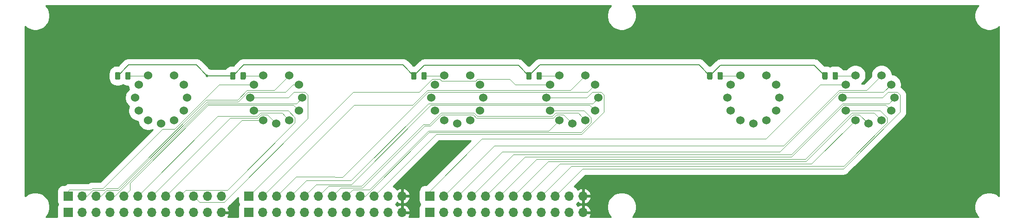
<source format=gbr>
%TF.GenerationSoftware,KiCad,Pcbnew,(5.1.5-131-g305ed0b65)-1*%
%TF.CreationDate,2020-07-18T18:38:28+08:00*%
%TF.ProjectId,IN-8,494e2d38-2e6b-4696-9361-645f70636258,rev?*%
%TF.SameCoordinates,Original*%
%TF.FileFunction,Copper,L2,Bot*%
%TF.FilePolarity,Positive*%
%FSLAX46Y46*%
G04 Gerber Fmt 4.6, Leading zero omitted, Abs format (unit mm)*
G04 Created by KiCad (PCBNEW (5.1.5-131-g305ed0b65)-1) date 2020-07-18 18:38:28*
%MOMM*%
%LPD*%
G01*
G04 APERTURE LIST*
%TA.AperFunction,ComponentPad*%
%ADD10O,1.700000X1.700000*%
%TD*%
%TA.AperFunction,ComponentPad*%
%ADD11R,1.700000X1.700000*%
%TD*%
%TA.AperFunction,ComponentPad*%
%ADD12C,1.524000*%
%TD*%
%TA.AperFunction,ViaPad*%
%ADD13C,0.500000*%
%TD*%
%TA.AperFunction,Conductor*%
%ADD14C,0.203200*%
%TD*%
%TA.AperFunction,Conductor*%
%ADD15C,0.101600*%
%TD*%
%TA.AperFunction,Conductor*%
%ADD16C,0.254000*%
%TD*%
G04 APERTURE END LIST*
D10*
%TO.P,J1,12*%
%TO.N,GND*%
X103940000Y-99000000D03*
%TO.P,J1,11*%
%TO.N,HV*%
X101400000Y-99000000D03*
%TO.P,J1,10*%
%TO.N,Net-(J1-Pad10)*%
X98860000Y-99000000D03*
%TO.P,J1,9*%
%TO.N,Net-(J1-Pad9)*%
X96320000Y-99000000D03*
%TO.P,J1,8*%
%TO.N,Net-(J1-Pad8)*%
X93780000Y-99000000D03*
%TO.P,J1,7*%
%TO.N,Net-(J1-Pad7)*%
X91240000Y-99000000D03*
%TO.P,J1,6*%
%TO.N,Net-(J1-Pad6)*%
X88700000Y-99000000D03*
%TO.P,J1,5*%
%TO.N,Net-(J1-Pad5)*%
X86160000Y-99000000D03*
%TO.P,J1,4*%
%TO.N,Net-(J1-Pad4)*%
X83620000Y-99000000D03*
%TO.P,J1,3*%
%TO.N,Net-(J1-Pad3)*%
X81080000Y-99000000D03*
%TO.P,J1,2*%
%TO.N,Net-(J1-Pad2)*%
X78540000Y-99000000D03*
D11*
%TO.P,J1,1*%
%TO.N,Net-(J1-Pad1)*%
X76000000Y-99000000D03*
%TD*%
D10*
%TO.P,J2,12*%
%TO.N,GND*%
X103940000Y-96000000D03*
%TO.P,J2,11*%
%TO.N,HV*%
X101400000Y-96000000D03*
%TO.P,J2,10*%
%TO.N,Net-(J2-Pad10)*%
X98860000Y-96000000D03*
%TO.P,J2,9*%
%TO.N,Net-(J2-Pad9)*%
X96320000Y-96000000D03*
%TO.P,J2,8*%
%TO.N,Net-(J2-Pad8)*%
X93780000Y-96000000D03*
%TO.P,J2,7*%
%TO.N,Net-(J2-Pad7)*%
X91240000Y-96000000D03*
%TO.P,J2,6*%
%TO.N,Net-(J2-Pad6)*%
X88700000Y-96000000D03*
%TO.P,J2,5*%
%TO.N,Net-(J2-Pad5)*%
X86160000Y-96000000D03*
%TO.P,J2,4*%
%TO.N,Net-(J2-Pad4)*%
X83620000Y-96000000D03*
%TO.P,J2,3*%
%TO.N,Net-(J2-Pad3)*%
X81080000Y-96000000D03*
%TO.P,J2,2*%
%TO.N,Net-(J2-Pad2)*%
X78540000Y-96000000D03*
D11*
%TO.P,J2,1*%
%TO.N,Net-(J2-Pad1)*%
X76000000Y-96000000D03*
%TD*%
D10*
%TO.P,J3,12*%
%TO.N,GND*%
X136940000Y-99000000D03*
%TO.P,J3,11*%
%TO.N,HV*%
X134400000Y-99000000D03*
%TO.P,J3,10*%
%TO.N,Net-(J3-Pad10)*%
X131860000Y-99000000D03*
%TO.P,J3,9*%
%TO.N,Net-(J3-Pad9)*%
X129320000Y-99000000D03*
%TO.P,J3,8*%
%TO.N,Net-(J3-Pad8)*%
X126780000Y-99000000D03*
%TO.P,J3,7*%
%TO.N,Net-(J3-Pad7)*%
X124240000Y-99000000D03*
%TO.P,J3,6*%
%TO.N,Net-(J3-Pad6)*%
X121700000Y-99000000D03*
%TO.P,J3,5*%
%TO.N,Net-(J3-Pad5)*%
X119160000Y-99000000D03*
%TO.P,J3,4*%
%TO.N,Net-(J3-Pad4)*%
X116620000Y-99000000D03*
%TO.P,J3,3*%
%TO.N,Net-(J3-Pad3)*%
X114080000Y-99000000D03*
%TO.P,J3,2*%
%TO.N,Net-(J3-Pad2)*%
X111540000Y-99000000D03*
D11*
%TO.P,J3,1*%
%TO.N,Net-(J3-Pad1)*%
X109000000Y-99000000D03*
%TD*%
%TO.P,J4,1*%
%TO.N,Net-(J4-Pad1)*%
X109000000Y-96000000D03*
D10*
%TO.P,J4,2*%
%TO.N,Net-(J4-Pad2)*%
X111540000Y-96000000D03*
%TO.P,J4,3*%
%TO.N,Net-(J4-Pad3)*%
X114080000Y-96000000D03*
%TO.P,J4,4*%
%TO.N,Net-(J4-Pad4)*%
X116620000Y-96000000D03*
%TO.P,J4,5*%
%TO.N,Net-(J4-Pad5)*%
X119160000Y-96000000D03*
%TO.P,J4,6*%
%TO.N,Net-(J4-Pad6)*%
X121700000Y-96000000D03*
%TO.P,J4,7*%
%TO.N,Net-(J4-Pad7)*%
X124240000Y-96000000D03*
%TO.P,J4,8*%
%TO.N,Net-(J4-Pad8)*%
X126780000Y-96000000D03*
%TO.P,J4,9*%
%TO.N,Net-(J4-Pad9)*%
X129320000Y-96000000D03*
%TO.P,J4,10*%
%TO.N,Net-(J4-Pad10)*%
X131860000Y-96000000D03*
%TO.P,J4,11*%
%TO.N,HV*%
X134400000Y-96000000D03*
%TO.P,J4,12*%
%TO.N,GND*%
X136940000Y-96000000D03*
%TD*%
D11*
%TO.P,J5,1*%
%TO.N,Net-(J5-Pad1)*%
X142000000Y-99000000D03*
D10*
%TO.P,J5,2*%
%TO.N,Net-(J5-Pad2)*%
X144540000Y-99000000D03*
%TO.P,J5,3*%
%TO.N,Net-(J5-Pad3)*%
X147080000Y-99000000D03*
%TO.P,J5,4*%
%TO.N,Net-(J5-Pad4)*%
X149620000Y-99000000D03*
%TO.P,J5,5*%
%TO.N,Net-(J5-Pad5)*%
X152160000Y-99000000D03*
%TO.P,J5,6*%
%TO.N,Net-(J5-Pad6)*%
X154700000Y-99000000D03*
%TO.P,J5,7*%
%TO.N,Net-(J5-Pad7)*%
X157240000Y-99000000D03*
%TO.P,J5,8*%
%TO.N,Net-(J5-Pad8)*%
X159780000Y-99000000D03*
%TO.P,J5,9*%
%TO.N,Net-(J5-Pad9)*%
X162320000Y-99000000D03*
%TO.P,J5,10*%
%TO.N,Net-(J5-Pad10)*%
X164860000Y-99000000D03*
%TO.P,J5,11*%
%TO.N,HV*%
X167400000Y-99000000D03*
%TO.P,J5,12*%
%TO.N,GND*%
X169940000Y-99000000D03*
%TD*%
D11*
%TO.P,J6,1*%
%TO.N,Net-(J6-Pad1)*%
X142000000Y-96000000D03*
D10*
%TO.P,J6,2*%
%TO.N,Net-(J6-Pad2)*%
X144540000Y-96000000D03*
%TO.P,J6,3*%
%TO.N,Net-(J6-Pad3)*%
X147080000Y-96000000D03*
%TO.P,J6,4*%
%TO.N,Net-(J6-Pad4)*%
X149620000Y-96000000D03*
%TO.P,J6,5*%
%TO.N,Net-(J6-Pad5)*%
X152160000Y-96000000D03*
%TO.P,J6,6*%
%TO.N,Net-(J6-Pad6)*%
X154700000Y-96000000D03*
%TO.P,J6,7*%
%TO.N,Net-(J6-Pad7)*%
X157240000Y-96000000D03*
%TO.P,J6,8*%
%TO.N,Net-(J6-Pad8)*%
X159780000Y-96000000D03*
%TO.P,J6,9*%
%TO.N,Net-(J6-Pad9)*%
X162320000Y-96000000D03*
%TO.P,J6,10*%
%TO.N,Net-(J6-Pad10)*%
X164860000Y-96000000D03*
%TO.P,J6,11*%
%TO.N,HV*%
X167400000Y-96000000D03*
%TO.P,J6,12*%
%TO.N,GND*%
X169940000Y-96000000D03*
%TD*%
%TO.P,R1,2*%
%TO.N,Net-(R1-Pad2)*%
%TA.AperFunction,SMDPad,CuDef*%
G36*
G01*
X86450000Y-74456250D02*
X86450000Y-73543750D01*
G75*
G02*
X86693750Y-73300000I243750J0D01*
G01*
X87181250Y-73300000D01*
G75*
G02*
X87425000Y-73543750I0J-243750D01*
G01*
X87425000Y-74456250D01*
G75*
G02*
X87181250Y-74700000I-243750J0D01*
G01*
X86693750Y-74700000D01*
G75*
G02*
X86450000Y-74456250I0J243750D01*
G01*
G37*
%TD.AperFunction*%
%TO.P,R1,1*%
%TO.N,HV*%
%TA.AperFunction,SMDPad,CuDef*%
G36*
G01*
X84575000Y-74456250D02*
X84575000Y-73543750D01*
G75*
G02*
X84818750Y-73300000I243750J0D01*
G01*
X85306250Y-73300000D01*
G75*
G02*
X85550000Y-73543750I0J-243750D01*
G01*
X85550000Y-74456250D01*
G75*
G02*
X85306250Y-74700000I-243750J0D01*
G01*
X84818750Y-74700000D01*
G75*
G02*
X84575000Y-74456250I0J243750D01*
G01*
G37*
%TD.AperFunction*%
%TD*%
%TO.P,R2,2*%
%TO.N,Net-(R2-Pad2)*%
%TA.AperFunction,SMDPad,CuDef*%
G36*
G01*
X107450000Y-74456250D02*
X107450000Y-73543750D01*
G75*
G02*
X107693750Y-73300000I243750J0D01*
G01*
X108181250Y-73300000D01*
G75*
G02*
X108425000Y-73543750I0J-243750D01*
G01*
X108425000Y-74456250D01*
G75*
G02*
X108181250Y-74700000I-243750J0D01*
G01*
X107693750Y-74700000D01*
G75*
G02*
X107450000Y-74456250I0J243750D01*
G01*
G37*
%TD.AperFunction*%
%TO.P,R2,1*%
%TO.N,HV*%
%TA.AperFunction,SMDPad,CuDef*%
G36*
G01*
X105575000Y-74456250D02*
X105575000Y-73543750D01*
G75*
G02*
X105818750Y-73300000I243750J0D01*
G01*
X106306250Y-73300000D01*
G75*
G02*
X106550000Y-73543750I0J-243750D01*
G01*
X106550000Y-74456250D01*
G75*
G02*
X106306250Y-74700000I-243750J0D01*
G01*
X105818750Y-74700000D01*
G75*
G02*
X105575000Y-74456250I0J243750D01*
G01*
G37*
%TD.AperFunction*%
%TD*%
%TO.P,R3,2*%
%TO.N,Net-(R3-Pad2)*%
%TA.AperFunction,SMDPad,CuDef*%
G36*
G01*
X140450000Y-74456250D02*
X140450000Y-73543750D01*
G75*
G02*
X140693750Y-73300000I243750J0D01*
G01*
X141181250Y-73300000D01*
G75*
G02*
X141425000Y-73543750I0J-243750D01*
G01*
X141425000Y-74456250D01*
G75*
G02*
X141181250Y-74700000I-243750J0D01*
G01*
X140693750Y-74700000D01*
G75*
G02*
X140450000Y-74456250I0J243750D01*
G01*
G37*
%TD.AperFunction*%
%TO.P,R3,1*%
%TO.N,HV*%
%TA.AperFunction,SMDPad,CuDef*%
G36*
G01*
X138575000Y-74456250D02*
X138575000Y-73543750D01*
G75*
G02*
X138818750Y-73300000I243750J0D01*
G01*
X139306250Y-73300000D01*
G75*
G02*
X139550000Y-73543750I0J-243750D01*
G01*
X139550000Y-74456250D01*
G75*
G02*
X139306250Y-74700000I-243750J0D01*
G01*
X138818750Y-74700000D01*
G75*
G02*
X138575000Y-74456250I0J243750D01*
G01*
G37*
%TD.AperFunction*%
%TD*%
%TO.P,R4,1*%
%TO.N,HV*%
%TA.AperFunction,SMDPad,CuDef*%
G36*
G01*
X159575000Y-74456250D02*
X159575000Y-73543750D01*
G75*
G02*
X159818750Y-73300000I243750J0D01*
G01*
X160306250Y-73300000D01*
G75*
G02*
X160550000Y-73543750I0J-243750D01*
G01*
X160550000Y-74456250D01*
G75*
G02*
X160306250Y-74700000I-243750J0D01*
G01*
X159818750Y-74700000D01*
G75*
G02*
X159575000Y-74456250I0J243750D01*
G01*
G37*
%TD.AperFunction*%
%TO.P,R4,2*%
%TO.N,Net-(R4-Pad2)*%
%TA.AperFunction,SMDPad,CuDef*%
G36*
G01*
X161450000Y-74456250D02*
X161450000Y-73543750D01*
G75*
G02*
X161693750Y-73300000I243750J0D01*
G01*
X162181250Y-73300000D01*
G75*
G02*
X162425000Y-73543750I0J-243750D01*
G01*
X162425000Y-74456250D01*
G75*
G02*
X162181250Y-74700000I-243750J0D01*
G01*
X161693750Y-74700000D01*
G75*
G02*
X161450000Y-74456250I0J243750D01*
G01*
G37*
%TD.AperFunction*%
%TD*%
%TO.P,R5,1*%
%TO.N,HV*%
%TA.AperFunction,SMDPad,CuDef*%
G36*
G01*
X192575000Y-74456250D02*
X192575000Y-73543750D01*
G75*
G02*
X192818750Y-73300000I243750J0D01*
G01*
X193306250Y-73300000D01*
G75*
G02*
X193550000Y-73543750I0J-243750D01*
G01*
X193550000Y-74456250D01*
G75*
G02*
X193306250Y-74700000I-243750J0D01*
G01*
X192818750Y-74700000D01*
G75*
G02*
X192575000Y-74456250I0J243750D01*
G01*
G37*
%TD.AperFunction*%
%TO.P,R5,2*%
%TO.N,Net-(R5-Pad2)*%
%TA.AperFunction,SMDPad,CuDef*%
G36*
G01*
X194450000Y-74456250D02*
X194450000Y-73543750D01*
G75*
G02*
X194693750Y-73300000I243750J0D01*
G01*
X195181250Y-73300000D01*
G75*
G02*
X195425000Y-73543750I0J-243750D01*
G01*
X195425000Y-74456250D01*
G75*
G02*
X195181250Y-74700000I-243750J0D01*
G01*
X194693750Y-74700000D01*
G75*
G02*
X194450000Y-74456250I0J243750D01*
G01*
G37*
%TD.AperFunction*%
%TD*%
%TO.P,R6,1*%
%TO.N,HV*%
%TA.AperFunction,SMDPad,CuDef*%
G36*
G01*
X213575000Y-74456250D02*
X213575000Y-73543750D01*
G75*
G02*
X213818750Y-73300000I243750J0D01*
G01*
X214306250Y-73300000D01*
G75*
G02*
X214550000Y-73543750I0J-243750D01*
G01*
X214550000Y-74456250D01*
G75*
G02*
X214306250Y-74700000I-243750J0D01*
G01*
X213818750Y-74700000D01*
G75*
G02*
X213575000Y-74456250I0J243750D01*
G01*
G37*
%TD.AperFunction*%
%TO.P,R6,2*%
%TO.N,Net-(R6-Pad2)*%
%TA.AperFunction,SMDPad,CuDef*%
G36*
G01*
X215450000Y-74456250D02*
X215450000Y-73543750D01*
G75*
G02*
X215693750Y-73300000I243750J0D01*
G01*
X216181250Y-73300000D01*
G75*
G02*
X216425000Y-73543750I0J-243750D01*
G01*
X216425000Y-74456250D01*
G75*
G02*
X216181250Y-74700000I-243750J0D01*
G01*
X215693750Y-74700000D01*
G75*
G02*
X215450000Y-74456250I0J243750D01*
G01*
G37*
%TD.AperFunction*%
%TD*%
D12*
%TO.P,U1,11*%
%TO.N,Net-(R1-Pad2)*%
X90625000Y-73886380D03*
%TO.P,U1,10*%
%TO.N,Net-(J1-Pad1)*%
X88886380Y-75625000D03*
%TO.P,U1,9*%
%TO.N,Net-(J1-Pad10)*%
X88250000Y-78000000D03*
%TO.P,U1,8*%
%TO.N,Net-(J1-Pad9)*%
X88886380Y-80374999D03*
%TO.P,U1,7*%
%TO.N,Net-(J1-Pad8)*%
X90625001Y-82113620D03*
%TO.P,U1,6*%
%TO.N,Net-(J1-Pad7)*%
X93000000Y-82750000D03*
%TO.P,U1,5*%
%TO.N,Net-(J1-Pad6)*%
X95375000Y-82113620D03*
%TO.P,U1,4*%
%TO.N,Net-(J1-Pad5)*%
X97113620Y-80374999D03*
%TO.P,U1,3*%
%TO.N,Net-(J1-Pad4)*%
X97750000Y-78000000D03*
%TO.P,U1,2*%
%TO.N,Net-(J1-Pad3)*%
X97113620Y-75625001D03*
%TO.P,U1,1*%
%TO.N,Net-(J1-Pad2)*%
X95375000Y-73886380D03*
%TD*%
%TO.P,U2,11*%
%TO.N,Net-(R2-Pad2)*%
X111625000Y-73886380D03*
%TO.P,U2,10*%
%TO.N,Net-(J2-Pad1)*%
X109886380Y-75625000D03*
%TO.P,U2,9*%
%TO.N,Net-(J2-Pad10)*%
X109250000Y-78000000D03*
%TO.P,U2,8*%
%TO.N,Net-(J2-Pad9)*%
X109886380Y-80374999D03*
%TO.P,U2,7*%
%TO.N,Net-(J2-Pad8)*%
X111625001Y-82113620D03*
%TO.P,U2,6*%
%TO.N,Net-(J2-Pad7)*%
X114000000Y-82750000D03*
%TO.P,U2,5*%
%TO.N,Net-(J2-Pad6)*%
X116375000Y-82113620D03*
%TO.P,U2,4*%
%TO.N,Net-(J2-Pad5)*%
X118113620Y-80374999D03*
%TO.P,U2,3*%
%TO.N,Net-(J2-Pad4)*%
X118750000Y-78000000D03*
%TO.P,U2,2*%
%TO.N,Net-(J2-Pad3)*%
X118113620Y-75625001D03*
%TO.P,U2,1*%
%TO.N,Net-(J2-Pad2)*%
X116375000Y-73886380D03*
%TD*%
%TO.P,U3,1*%
%TO.N,Net-(J3-Pad2)*%
X149375000Y-73886380D03*
%TO.P,U3,2*%
%TO.N,Net-(J3-Pad3)*%
X151113620Y-75625001D03*
%TO.P,U3,3*%
%TO.N,Net-(J3-Pad4)*%
X151750000Y-78000000D03*
%TO.P,U3,4*%
%TO.N,Net-(J3-Pad5)*%
X151113620Y-80374999D03*
%TO.P,U3,5*%
%TO.N,Net-(J3-Pad6)*%
X149375000Y-82113620D03*
%TO.P,U3,6*%
%TO.N,Net-(J3-Pad7)*%
X147000000Y-82750000D03*
%TO.P,U3,7*%
%TO.N,Net-(J3-Pad8)*%
X144625001Y-82113620D03*
%TO.P,U3,8*%
%TO.N,Net-(J3-Pad9)*%
X142886380Y-80374999D03*
%TO.P,U3,9*%
%TO.N,Net-(J3-Pad10)*%
X142250000Y-78000000D03*
%TO.P,U3,10*%
%TO.N,Net-(J3-Pad1)*%
X142886380Y-75625000D03*
%TO.P,U3,11*%
%TO.N,Net-(R3-Pad2)*%
X144625000Y-73886380D03*
%TD*%
%TO.P,U4,1*%
%TO.N,Net-(J4-Pad2)*%
X170375000Y-73886380D03*
%TO.P,U4,2*%
%TO.N,Net-(J4-Pad3)*%
X172113620Y-75625001D03*
%TO.P,U4,3*%
%TO.N,Net-(J4-Pad4)*%
X172750000Y-78000000D03*
%TO.P,U4,4*%
%TO.N,Net-(J4-Pad5)*%
X172113620Y-80374999D03*
%TO.P,U4,5*%
%TO.N,Net-(J4-Pad6)*%
X170375000Y-82113620D03*
%TO.P,U4,6*%
%TO.N,Net-(J4-Pad7)*%
X168000000Y-82750000D03*
%TO.P,U4,7*%
%TO.N,Net-(J4-Pad8)*%
X165625001Y-82113620D03*
%TO.P,U4,8*%
%TO.N,Net-(J4-Pad9)*%
X163886380Y-80374999D03*
%TO.P,U4,9*%
%TO.N,Net-(J4-Pad10)*%
X163250000Y-78000000D03*
%TO.P,U4,10*%
%TO.N,Net-(J4-Pad1)*%
X163886380Y-75625000D03*
%TO.P,U4,11*%
%TO.N,Net-(R4-Pad2)*%
X165625000Y-73886380D03*
%TD*%
%TO.P,U5,1*%
%TO.N,Net-(J5-Pad2)*%
X203375000Y-73886380D03*
%TO.P,U5,2*%
%TO.N,Net-(J5-Pad3)*%
X205113620Y-75625001D03*
%TO.P,U5,3*%
%TO.N,Net-(J5-Pad4)*%
X205750000Y-78000000D03*
%TO.P,U5,4*%
%TO.N,Net-(J5-Pad5)*%
X205113620Y-80374999D03*
%TO.P,U5,5*%
%TO.N,Net-(J5-Pad6)*%
X203375000Y-82113620D03*
%TO.P,U5,6*%
%TO.N,Net-(J5-Pad7)*%
X201000000Y-82750000D03*
%TO.P,U5,7*%
%TO.N,Net-(J5-Pad8)*%
X198625001Y-82113620D03*
%TO.P,U5,8*%
%TO.N,Net-(J5-Pad9)*%
X196886380Y-80374999D03*
%TO.P,U5,9*%
%TO.N,Net-(J5-Pad10)*%
X196250000Y-78000000D03*
%TO.P,U5,10*%
%TO.N,Net-(J5-Pad1)*%
X196886380Y-75625000D03*
%TO.P,U5,11*%
%TO.N,Net-(R5-Pad2)*%
X198625000Y-73886380D03*
%TD*%
%TO.P,U6,11*%
%TO.N,Net-(R6-Pad2)*%
X219625000Y-73886380D03*
%TO.P,U6,10*%
%TO.N,Net-(J6-Pad1)*%
X217886380Y-75625000D03*
%TO.P,U6,9*%
%TO.N,Net-(J6-Pad10)*%
X217250000Y-78000000D03*
%TO.P,U6,8*%
%TO.N,Net-(J6-Pad9)*%
X217886380Y-80374999D03*
%TO.P,U6,7*%
%TO.N,Net-(J6-Pad8)*%
X219625001Y-82113620D03*
%TO.P,U6,6*%
%TO.N,Net-(J6-Pad7)*%
X222000000Y-82750000D03*
%TO.P,U6,5*%
%TO.N,Net-(J6-Pad6)*%
X224375000Y-82113620D03*
%TO.P,U6,4*%
%TO.N,Net-(J6-Pad5)*%
X226113620Y-80374999D03*
%TO.P,U6,3*%
%TO.N,Net-(J6-Pad4)*%
X226750000Y-78000000D03*
%TO.P,U6,2*%
%TO.N,Net-(J6-Pad3)*%
X226113620Y-75625001D03*
%TO.P,U6,1*%
%TO.N,Net-(J6-Pad2)*%
X224375000Y-73886380D03*
%TD*%
D13*
%TO.N,HV*%
X101384100Y-73997820D03*
%TD*%
D14*
%TO.N,HV*%
X106060320Y-73997820D02*
X106062500Y-74000000D01*
X101384100Y-73997820D02*
X106060320Y-73997820D01*
X101384100Y-73997820D02*
X99386280Y-72000000D01*
X87062500Y-72000000D02*
X85062500Y-74000000D01*
X99386280Y-72000000D02*
X87062500Y-72000000D01*
X106062500Y-74000000D02*
X108062500Y-72000000D01*
X137062500Y-72000000D02*
X139062500Y-74000000D01*
X108062500Y-72000000D02*
X137062500Y-72000000D01*
X139062500Y-74000000D02*
X141000000Y-72062500D01*
X158125000Y-72062500D02*
X160062500Y-74000000D01*
X141000000Y-72062500D02*
X158125000Y-72062500D01*
X160062500Y-74000000D02*
X162062500Y-72000000D01*
X191062500Y-72000000D02*
X193062500Y-74000000D01*
X162062500Y-72000000D02*
X191062500Y-72000000D01*
X193062500Y-74000000D02*
X195000000Y-72062500D01*
X212125000Y-72062500D02*
X214062500Y-74000000D01*
X195000000Y-72062500D02*
X212125000Y-72062500D01*
D15*
%TO.N,Net-(J2-Pad10)*%
X119762801Y-77513855D02*
X119236145Y-76987199D01*
X119762801Y-81806385D02*
X119762801Y-77513855D01*
X99960801Y-97100801D02*
X104468385Y-97100801D01*
X116132200Y-78000000D02*
X109250000Y-78000000D01*
X117145001Y-76987199D02*
X116132200Y-78000000D01*
X119236145Y-76987199D02*
X117145001Y-76987199D01*
X98860000Y-96000000D02*
X99960801Y-97100801D01*
X104468385Y-97100801D02*
X119762801Y-81806385D01*
%TO.N,Net-(J2-Pad9)*%
X97420801Y-94899199D02*
X105088367Y-94899199D01*
X117387801Y-82599765D02*
X117387801Y-81627475D01*
X96320000Y-96000000D02*
X97420801Y-94899199D01*
X105088367Y-94899199D02*
X117387801Y-82599765D01*
X117387801Y-81627475D02*
X116135325Y-80374999D01*
X116135325Y-80374999D02*
X109886380Y-80374999D01*
%TO.N,Net-(J2-Pad8)*%
X107666380Y-82113620D02*
X111625001Y-82113620D01*
X93780000Y-96000000D02*
X107666380Y-82113620D01*
%TO.N,Net-(J2-Pad7)*%
X112350819Y-81100819D02*
X114000000Y-82750000D01*
X111200791Y-81100819D02*
X112350819Y-81100819D01*
X91240000Y-96000000D02*
X105550590Y-81689410D01*
X110612200Y-81689410D02*
X111200791Y-81100819D01*
X105550590Y-81689410D02*
X110612200Y-81689410D01*
%TO.N,Net-(J2-Pad6)*%
X115060589Y-80799209D02*
X115613001Y-81351621D01*
X111075860Y-80799208D02*
X115060589Y-80799209D01*
X115613001Y-81351621D02*
X116375000Y-82113620D01*
X110487268Y-81387800D02*
X111075860Y-80799208D01*
X103312200Y-81387800D02*
X110487268Y-81387800D01*
X88700000Y-96000000D02*
X103312200Y-81387800D01*
%TO.N,Net-(J2-Pad5)*%
X86160000Y-96000000D02*
X87260801Y-94899199D01*
X87260801Y-94899199D02*
X87260801Y-93663399D01*
X87260801Y-93663399D02*
X101562002Y-79362198D01*
X117100819Y-79362198D02*
X118113620Y-80374999D01*
X101562002Y-79362198D02*
X117100819Y-79362198D01*
%TO.N,Net-(J2-Pad4)*%
X117689413Y-79060587D02*
X118750000Y-78000000D01*
X101437071Y-79060587D02*
X117689413Y-79060587D01*
X86959190Y-93571624D02*
X86959191Y-93538467D01*
X86959191Y-93538467D02*
X101437071Y-79060587D01*
X83620000Y-96000000D02*
X84530814Y-96000000D01*
X84530814Y-96000000D02*
X86959190Y-93571624D01*
%TO.N,Net-(J2-Pad3)*%
X85205073Y-94899199D02*
X86657581Y-93446691D01*
X115696451Y-76964540D02*
X117035990Y-75625001D01*
X108786514Y-76964540D02*
X115696451Y-76964540D01*
X86657581Y-93446691D02*
X86657581Y-93413535D01*
X117035990Y-75625001D02*
X118113620Y-75625001D01*
X86657581Y-93413535D02*
X101350138Y-78720978D01*
X83091615Y-94899199D02*
X85205073Y-94899199D01*
X101350138Y-78720978D02*
X107030076Y-78720978D01*
X81080000Y-96000000D02*
X81990814Y-96000000D01*
X81990814Y-96000000D02*
X83091615Y-94899199D01*
X107030076Y-78720978D02*
X108786514Y-76964540D01*
%TO.N,Net-(J2-Pad2)*%
X82966684Y-94597588D02*
X85080142Y-94597588D01*
X101225207Y-78419367D02*
X106905145Y-78419367D01*
X113598451Y-76662929D02*
X115613001Y-74648379D01*
X85080142Y-94597588D02*
X86355970Y-93321760D01*
X115613001Y-74648379D02*
X116375000Y-73886380D01*
X78540000Y-96000000D02*
X79450814Y-96000000D01*
X106905145Y-78419367D02*
X108661583Y-76662929D01*
X82665073Y-94899199D02*
X82966684Y-94597588D01*
X86355971Y-93288603D02*
X101225207Y-78419367D01*
X86355970Y-93321760D02*
X86355971Y-93288603D01*
X108661583Y-76662929D02*
X113598451Y-76662929D01*
X80551615Y-94899199D02*
X82665073Y-94899199D01*
X79450814Y-96000000D02*
X80551615Y-94899199D01*
%TO.N,Net-(J2-Pad1)*%
X76178750Y-94869650D02*
X80154622Y-94869650D01*
X80154622Y-94869650D02*
X80426684Y-94597588D01*
X82400128Y-94597588D02*
X93246889Y-83750827D01*
X76000000Y-96000000D02*
X76000000Y-95048400D01*
X93246889Y-83750827D02*
X95467205Y-83750827D01*
X108808750Y-75625000D02*
X109886380Y-75625000D01*
X95467205Y-83750827D02*
X103593032Y-75625000D01*
X80426684Y-94597588D02*
X82400128Y-94597588D01*
X76000000Y-95048400D02*
X76178750Y-94869650D01*
X103593032Y-75625000D02*
X108808750Y-75625000D01*
%TO.N,Net-(J4-Pad1)*%
X150627475Y-74612200D02*
X156580540Y-74612200D01*
X150340494Y-74899181D02*
X150627475Y-74612200D01*
X144138855Y-74899181D02*
X150340494Y-74899181D01*
X109000000Y-96000000D02*
X128012801Y-76987199D01*
X140025235Y-76987199D02*
X142400235Y-74612199D01*
X128012801Y-76987199D02*
X140025235Y-76987199D01*
X142400235Y-74612199D02*
X143851873Y-74612199D01*
X143851873Y-74612199D02*
X144138855Y-74899181D01*
X157593340Y-75625000D02*
X163886380Y-75625000D01*
X156580540Y-74612200D02*
X157593340Y-75625000D01*
%TO.N,Net-(J4-Pad2)*%
X141553457Y-76637801D02*
X167623579Y-76637801D01*
X167623579Y-76637801D02*
X170375000Y-73886380D01*
X128177802Y-79362198D02*
X138829060Y-79362198D01*
X138829060Y-79362198D02*
X141553457Y-76637801D01*
X111540000Y-96000000D02*
X128177802Y-79362198D01*
%TO.N,Net-(J4-Pad3)*%
X141678388Y-76939412D02*
X170799209Y-76939412D01*
X124735263Y-92558899D02*
X126058901Y-92558899D01*
X117637941Y-92442059D02*
X124618424Y-92442060D01*
X126058901Y-92558899D02*
X141678388Y-76939412D01*
X114080000Y-96000000D02*
X117637941Y-92442059D01*
X124618424Y-92442060D02*
X124735263Y-92558899D01*
X170799209Y-76939412D02*
X172113620Y-75625001D01*
%TO.N,Net-(J4-Pad4)*%
X127629270Y-93180550D02*
X141749232Y-79060588D01*
X116620000Y-96000000D02*
X119439450Y-93180550D01*
X171689412Y-79060588D02*
X172750000Y-78000000D01*
X141749232Y-79060588D02*
X171689412Y-79060588D01*
X119439450Y-93180550D02*
X127629270Y-93180550D01*
%TO.N,Net-(J4-Pad5)*%
X127671801Y-93892399D02*
X142202002Y-79362198D01*
X171100819Y-79362198D02*
X172113620Y-80374999D01*
X121267601Y-93892399D02*
X127671801Y-93892399D01*
X119160000Y-96000000D02*
X121267601Y-93892399D01*
X142202002Y-79362198D02*
X171100819Y-79362198D01*
%TO.N,Net-(J4-Pad6)*%
X140816185Y-82889769D02*
X141923364Y-82889769D01*
X150038884Y-80799209D02*
X150627475Y-81387800D01*
X129511944Y-94194010D02*
X140816185Y-82889769D01*
X169613001Y-81351621D02*
X170375000Y-82113620D01*
X164961117Y-80799208D02*
X169060589Y-80799209D01*
X150627475Y-81387800D02*
X164372525Y-81387800D01*
X169060589Y-80799209D02*
X169613001Y-81351621D01*
X144013925Y-80799208D02*
X150038884Y-80799209D01*
X141923364Y-82889769D02*
X144013925Y-80799208D01*
X123505990Y-94194010D02*
X129511944Y-94194010D01*
X121700000Y-96000000D02*
X123505990Y-94194010D01*
X164372525Y-81387800D02*
X164961117Y-80799208D01*
%TO.N,Net-(J4-Pad7)*%
X144138856Y-81100819D02*
X149913952Y-81100819D01*
X165086048Y-81100819D02*
X166350819Y-81100819D01*
X124240000Y-96000000D02*
X125738001Y-94501999D01*
X150502555Y-81689421D02*
X164497457Y-81689410D01*
X141055417Y-83191379D02*
X142048296Y-83191379D01*
X166350819Y-81100819D02*
X168000000Y-82750000D01*
X125738001Y-94501999D02*
X129744797Y-94501999D01*
X164497457Y-81689410D02*
X165086048Y-81100819D01*
X149913952Y-81100819D02*
X150502555Y-81689421D01*
X129744797Y-94501999D02*
X141055417Y-83191379D01*
X142048296Y-83191379D02*
X144138856Y-81100819D01*
%TO.N,Net-(J4-Pad8)*%
X141732163Y-84072109D02*
X163666512Y-84072109D01*
X164863002Y-82875619D02*
X165625001Y-82113620D01*
X131000662Y-94803610D02*
X141732163Y-84072109D01*
X127976390Y-94803610D02*
X131000662Y-94803610D01*
X163666512Y-84072109D02*
X164863002Y-82875619D01*
X126780000Y-96000000D02*
X127976390Y-94803610D01*
%TO.N,Net-(J4-Pad9)*%
X130230814Y-96000000D02*
X141857094Y-84373720D01*
X129320000Y-96000000D02*
X130230814Y-96000000D01*
X171387801Y-81627475D02*
X170135325Y-80374999D01*
X171387801Y-82599764D02*
X171387801Y-81627475D01*
X169613845Y-84373720D02*
X171387801Y-82599764D01*
X170135325Y-80374999D02*
X163886380Y-80374999D01*
X141857094Y-84373720D02*
X169613845Y-84373720D01*
%TO.N,Net-(J4-Pad10)*%
X131860000Y-96000000D02*
X143166240Y-84693760D01*
X173236145Y-76987199D02*
X171615301Y-76987199D01*
X173762801Y-80651307D02*
X173762801Y-77513855D01*
X143166240Y-84693760D02*
X169720348Y-84693760D01*
X173762801Y-77513855D02*
X173236145Y-76987199D01*
X169720348Y-84693760D02*
X173762801Y-80651307D01*
X170602500Y-78000000D02*
X163250000Y-78000000D01*
X171615301Y-76987199D02*
X170602500Y-78000000D01*
%TO.N,Net-(J6-Pad1)*%
X142000000Y-95048400D02*
X151516440Y-85531960D01*
X142000000Y-96000000D02*
X142000000Y-95048400D01*
X151516440Y-85531960D02*
X203255880Y-85531960D01*
X213162840Y-75625000D02*
X217886380Y-75625000D01*
X203255880Y-85531960D02*
X213162840Y-75625000D01*
%TO.N,Net-(J6-Pad2)*%
X216686711Y-76637801D02*
X221623579Y-76637801D01*
X206532712Y-86791800D02*
X216686711Y-76637801D01*
X221623579Y-76637801D02*
X224375000Y-73886380D01*
X153748200Y-86791800D02*
X206532712Y-86791800D01*
X144540000Y-96000000D02*
X153748200Y-86791800D01*
%TO.N,Net-(J6-Pad3)*%
X147080000Y-96000000D02*
X155201080Y-87878920D01*
X205872134Y-87878920D02*
X216766194Y-76984860D01*
X155201080Y-87878920D02*
X205872134Y-87878920D01*
X224753761Y-76984860D02*
X226113620Y-75625001D01*
X216766194Y-76984860D02*
X224753761Y-76984860D01*
%TO.N,Net-(J6-Pad4)*%
X225689413Y-79060587D02*
X226750000Y-78000000D01*
X217275304Y-79060587D02*
X225689413Y-79060587D01*
X207938811Y-88397080D02*
X217275304Y-79060587D01*
X157222920Y-88397080D02*
X207938811Y-88397080D01*
X149620000Y-96000000D02*
X157222920Y-88397080D01*
%TO.N,Net-(J6-Pad5)*%
X152160000Y-96000000D02*
X159315880Y-88844120D01*
X217400235Y-79362198D02*
X225100819Y-79362198D01*
X207918313Y-88844120D02*
X217400235Y-79362198D01*
X159315880Y-88844120D02*
X207918313Y-88844120D01*
X225100819Y-79362198D02*
X226113620Y-80374999D01*
%TO.N,Net-(J6-Pad6)*%
X223613001Y-81351621D02*
X224375000Y-82113620D01*
X218961116Y-80799209D02*
X223060589Y-80799209D01*
X161439320Y-89260680D02*
X210499645Y-89260680D01*
X223060589Y-80799209D02*
X223613001Y-81351621D01*
X210499645Y-89260680D02*
X218961116Y-80799209D01*
X154700000Y-96000000D02*
X161439320Y-89260680D01*
%TO.N,Net-(J6-Pad7)*%
X157240000Y-96000000D02*
X163575460Y-89664540D01*
X219138856Y-81100819D02*
X220350819Y-81100819D01*
X210575135Y-89664540D02*
X219138856Y-81100819D01*
X220350819Y-81100819D02*
X222000000Y-82750000D01*
X163575460Y-89664540D02*
X210575135Y-89664540D01*
%TO.N,Net-(J6-Pad8)*%
X159780000Y-96000000D02*
X165660800Y-90119200D01*
X211619421Y-90119200D02*
X219625001Y-82113620D01*
X165660800Y-90119200D02*
X211619421Y-90119200D01*
%TO.N,Net-(J6-Pad9)*%
X162320000Y-96000000D02*
X167829960Y-90490040D01*
X224135325Y-80374999D02*
X217886380Y-80374999D01*
X225387801Y-81627475D02*
X224135325Y-80374999D01*
X225387801Y-82599765D02*
X225387801Y-81627475D01*
X217497526Y-90490040D02*
X225387801Y-82599765D01*
X167829960Y-90490040D02*
X217497526Y-90490040D01*
%TO.N,Net-(J6-Pad10)*%
X164860000Y-96000000D02*
X169874660Y-90985340D01*
X227762801Y-77513855D02*
X227236145Y-76987199D01*
X227762801Y-80651307D02*
X227762801Y-77513855D01*
X227236145Y-76987199D02*
X225526801Y-76987199D01*
X169874660Y-90985340D02*
X217428768Y-90985340D01*
X217428768Y-90985340D02*
X227762801Y-80651307D01*
X224514000Y-78000000D02*
X217250000Y-78000000D01*
X225526801Y-76987199D02*
X224514000Y-78000000D01*
%TO.N,Net-(R1-Pad2)*%
X90511380Y-74000000D02*
X90625000Y-73886380D01*
X86937500Y-74000000D02*
X90511380Y-74000000D01*
%TO.N,Net-(R2-Pad2)*%
X111511380Y-74000000D02*
X111625000Y-73886380D01*
X107937500Y-74000000D02*
X111511380Y-74000000D01*
%TO.N,Net-(R3-Pad2)*%
X144511380Y-74000000D02*
X144625000Y-73886380D01*
X140937500Y-74000000D02*
X144511380Y-74000000D01*
%TO.N,Net-(R4-Pad2)*%
X165511380Y-74000000D02*
X165625000Y-73886380D01*
X161937500Y-74000000D02*
X165511380Y-74000000D01*
%TO.N,Net-(R5-Pad2)*%
X198511380Y-74000000D02*
X198625000Y-73886380D01*
X194937500Y-74000000D02*
X198511380Y-74000000D01*
%TO.N,Net-(R6-Pad2)*%
X219511380Y-74000000D02*
X219625000Y-73886380D01*
X215937500Y-74000000D02*
X219511380Y-74000000D01*
%TD*%
D16*
%TO.N,GND*%
G36*
X174922148Y-61294751D02*
G01*
X174629396Y-61732886D01*
X174427744Y-62219715D01*
X174324943Y-62736530D01*
X174324943Y-63263470D01*
X174427744Y-63780285D01*
X174629396Y-64267114D01*
X174922148Y-64705249D01*
X175294751Y-65077852D01*
X175732886Y-65370604D01*
X176219715Y-65572256D01*
X176736530Y-65675057D01*
X177263470Y-65675057D01*
X177780285Y-65572256D01*
X178267114Y-65370604D01*
X178705249Y-65077852D01*
X179077852Y-64705249D01*
X179370604Y-64267114D01*
X179572256Y-63780285D01*
X179675057Y-63263470D01*
X179675057Y-62736530D01*
X179572256Y-62219715D01*
X179370604Y-61732886D01*
X179077852Y-61294751D01*
X178951101Y-61168000D01*
X242048899Y-61168000D01*
X241922148Y-61294751D01*
X241629396Y-61732886D01*
X241427744Y-62219715D01*
X241324943Y-62736530D01*
X241324943Y-63263470D01*
X241427744Y-63780285D01*
X241629396Y-64267114D01*
X241922148Y-64705249D01*
X242294751Y-65077852D01*
X242732886Y-65370604D01*
X243219715Y-65572256D01*
X243736530Y-65675057D01*
X244263470Y-65675057D01*
X244780285Y-65572256D01*
X245267114Y-65370604D01*
X245705249Y-65077852D01*
X245832001Y-64951100D01*
X245832000Y-96048899D01*
X245705249Y-95922148D01*
X245267114Y-95629396D01*
X244780285Y-95427744D01*
X244263470Y-95324943D01*
X243736530Y-95324943D01*
X243219715Y-95427744D01*
X242732886Y-95629396D01*
X242294751Y-95922148D01*
X241922148Y-96294751D01*
X241629396Y-96732886D01*
X241427744Y-97219715D01*
X241324943Y-97736530D01*
X241324943Y-98263470D01*
X241427744Y-98780285D01*
X241629396Y-99267114D01*
X241922148Y-99705249D01*
X242048899Y-99832000D01*
X178951101Y-99832000D01*
X179077852Y-99705249D01*
X179370604Y-99267114D01*
X179572256Y-98780285D01*
X179675057Y-98263470D01*
X179675057Y-97736530D01*
X179572256Y-97219715D01*
X179370604Y-96732886D01*
X179077852Y-96294751D01*
X178705249Y-95922148D01*
X178267114Y-95629396D01*
X177780285Y-95427744D01*
X177263470Y-95324943D01*
X176736530Y-95324943D01*
X176219715Y-95427744D01*
X175732886Y-95629396D01*
X175294751Y-95922148D01*
X174922148Y-96294751D01*
X174629396Y-96732886D01*
X174427744Y-97219715D01*
X174324943Y-97736530D01*
X174324943Y-98263470D01*
X174427744Y-98780285D01*
X174629396Y-99267114D01*
X174922148Y-99705249D01*
X175048899Y-99832000D01*
X171164577Y-99832000D01*
X171284157Y-99631252D01*
X171381481Y-99356891D01*
X171260814Y-99127000D01*
X170067000Y-99127000D01*
X170067000Y-99147000D01*
X169813000Y-99147000D01*
X169813000Y-99127000D01*
X169793000Y-99127000D01*
X169793000Y-98873000D01*
X169813000Y-98873000D01*
X169813000Y-97679845D01*
X170067000Y-97679845D01*
X170067000Y-98873000D01*
X171260814Y-98873000D01*
X171381481Y-98643109D01*
X171284157Y-98368748D01*
X171135178Y-98118645D01*
X170940269Y-97902412D01*
X170706920Y-97728359D01*
X170444099Y-97603175D01*
X170296890Y-97558524D01*
X170067000Y-97679845D01*
X169813000Y-97679845D01*
X169583110Y-97558524D01*
X169435901Y-97603175D01*
X169173080Y-97728359D01*
X169022383Y-97840763D01*
X168948064Y-97729537D01*
X168718527Y-97500000D01*
X168948064Y-97270463D01*
X169022383Y-97159237D01*
X169173080Y-97271641D01*
X169435901Y-97396825D01*
X169583110Y-97441476D01*
X169813000Y-97320155D01*
X169813000Y-96127000D01*
X170067000Y-96127000D01*
X170067000Y-97320155D01*
X170296890Y-97441476D01*
X170444099Y-97396825D01*
X170706920Y-97271641D01*
X170940269Y-97097588D01*
X171135178Y-96881355D01*
X171284157Y-96631252D01*
X171381481Y-96356891D01*
X171260814Y-96127000D01*
X170067000Y-96127000D01*
X169813000Y-96127000D01*
X169793000Y-96127000D01*
X169793000Y-95873000D01*
X169813000Y-95873000D01*
X169813000Y-94679845D01*
X170067000Y-94679845D01*
X170067000Y-95873000D01*
X171260814Y-95873000D01*
X171381481Y-95643109D01*
X171284157Y-95368748D01*
X171135178Y-95118645D01*
X170940269Y-94902412D01*
X170706920Y-94728359D01*
X170444099Y-94603175D01*
X170296890Y-94558524D01*
X170067000Y-94679845D01*
X169813000Y-94679845D01*
X169583110Y-94558524D01*
X169435901Y-94603175D01*
X169173080Y-94728359D01*
X169022383Y-94840763D01*
X168948064Y-94729537D01*
X168670463Y-94451936D01*
X168344039Y-94233827D01*
X168323124Y-94225164D01*
X170369148Y-92179140D01*
X217370132Y-92179140D01*
X217428768Y-92184915D01*
X217487404Y-92179140D01*
X217487412Y-92179140D01*
X217662794Y-92161866D01*
X217887826Y-92093604D01*
X218095217Y-91982751D01*
X218276996Y-91833568D01*
X218314383Y-91788012D01*
X228565479Y-81536917D01*
X228611029Y-81499535D01*
X228760212Y-81317756D01*
X228871065Y-81110365D01*
X228939327Y-80885333D01*
X228956601Y-80709951D01*
X228956601Y-80709943D01*
X228962376Y-80651307D01*
X228956601Y-80592671D01*
X228956601Y-77572490D01*
X228962376Y-77513854D01*
X228956601Y-77455218D01*
X228956601Y-77455211D01*
X228939327Y-77279829D01*
X228871065Y-77054797D01*
X228760212Y-76847406D01*
X228611029Y-76665627D01*
X228565473Y-76628240D01*
X228121760Y-76184527D01*
X228084373Y-76138971D01*
X227972043Y-76046783D01*
X228018620Y-75812627D01*
X228018620Y-75437375D01*
X227945411Y-75069333D01*
X227801809Y-74722645D01*
X227593330Y-74410635D01*
X227327986Y-74145291D01*
X227015976Y-73936812D01*
X226669288Y-73793210D01*
X226301246Y-73720001D01*
X226280000Y-73720001D01*
X226280000Y-73698754D01*
X226206791Y-73330712D01*
X226063189Y-72984024D01*
X225854710Y-72672014D01*
X225589366Y-72406670D01*
X225277356Y-72198191D01*
X224930668Y-72054589D01*
X224562626Y-71981380D01*
X224187374Y-71981380D01*
X223819332Y-72054589D01*
X223472644Y-72198191D01*
X223160634Y-72406670D01*
X222895290Y-72672014D01*
X222686811Y-72984024D01*
X222543209Y-73330712D01*
X222470000Y-73698754D01*
X222470000Y-74074006D01*
X222474826Y-74098267D01*
X221129092Y-75444001D01*
X220722764Y-75444001D01*
X220839366Y-75366090D01*
X221104710Y-75100746D01*
X221313189Y-74788736D01*
X221456791Y-74442048D01*
X221530000Y-74074006D01*
X221530000Y-73698754D01*
X221456791Y-73330712D01*
X221313189Y-72984024D01*
X221104710Y-72672014D01*
X220839366Y-72406670D01*
X220527356Y-72198191D01*
X220180668Y-72054589D01*
X219812626Y-71981380D01*
X219437374Y-71981380D01*
X219069332Y-72054589D01*
X218722644Y-72198191D01*
X218410634Y-72406670D01*
X218145290Y-72672014D01*
X218055630Y-72806200D01*
X217358109Y-72806200D01*
X217338889Y-72770241D01*
X217165741Y-72559259D01*
X216954759Y-72386111D01*
X216714052Y-72257451D01*
X216452870Y-72178222D01*
X216181250Y-72151470D01*
X215693750Y-72151470D01*
X215422130Y-72178222D01*
X215160948Y-72257451D01*
X215000000Y-72343479D01*
X214839052Y-72257451D01*
X214577870Y-72178222D01*
X214306250Y-72151470D01*
X213974100Y-72151470D01*
X213048302Y-71225673D01*
X213009323Y-71178177D01*
X212819808Y-71022646D01*
X212603592Y-70907076D01*
X212368984Y-70835908D01*
X212186143Y-70817900D01*
X212186133Y-70817900D01*
X212125000Y-70811879D01*
X212063867Y-70817900D01*
X195061133Y-70817900D01*
X195000000Y-70811879D01*
X194938867Y-70817900D01*
X194938857Y-70817900D01*
X194756016Y-70835908D01*
X194521408Y-70907076D01*
X194422121Y-70960146D01*
X194305191Y-71022646D01*
X194191833Y-71115677D01*
X194115677Y-71178177D01*
X194076703Y-71225668D01*
X193150901Y-72151470D01*
X192974100Y-72151470D01*
X191985802Y-71163173D01*
X191946823Y-71115677D01*
X191757308Y-70960146D01*
X191541092Y-70844576D01*
X191306484Y-70773408D01*
X191123643Y-70755400D01*
X191123633Y-70755400D01*
X191062500Y-70749379D01*
X191001367Y-70755400D01*
X162123632Y-70755400D01*
X162062499Y-70749379D01*
X162001366Y-70755400D01*
X162001357Y-70755400D01*
X161818516Y-70773408D01*
X161583908Y-70844576D01*
X161483261Y-70898373D01*
X161367691Y-70960146D01*
X161225669Y-71076701D01*
X161178177Y-71115677D01*
X161139203Y-71163168D01*
X160150901Y-72151470D01*
X159974100Y-72151470D01*
X159048302Y-71225673D01*
X159009323Y-71178177D01*
X158819808Y-71022646D01*
X158603592Y-70907076D01*
X158368984Y-70835908D01*
X158186143Y-70817900D01*
X158186133Y-70817900D01*
X158125000Y-70811879D01*
X158063867Y-70817900D01*
X141061133Y-70817900D01*
X141000000Y-70811879D01*
X140938867Y-70817900D01*
X140938857Y-70817900D01*
X140756016Y-70835908D01*
X140521408Y-70907076D01*
X140422121Y-70960146D01*
X140305191Y-71022646D01*
X140191833Y-71115677D01*
X140115677Y-71178177D01*
X140076703Y-71225668D01*
X139150901Y-72151470D01*
X138974100Y-72151470D01*
X137985802Y-71163173D01*
X137946823Y-71115677D01*
X137757308Y-70960146D01*
X137541092Y-70844576D01*
X137306484Y-70773408D01*
X137123643Y-70755400D01*
X137123633Y-70755400D01*
X137062500Y-70749379D01*
X137001367Y-70755400D01*
X108123632Y-70755400D01*
X108062499Y-70749379D01*
X108001366Y-70755400D01*
X108001357Y-70755400D01*
X107818516Y-70773408D01*
X107583908Y-70844576D01*
X107483261Y-70898373D01*
X107367691Y-70960146D01*
X107225669Y-71076701D01*
X107178177Y-71115677D01*
X107139203Y-71163168D01*
X106150901Y-72151470D01*
X105818750Y-72151470D01*
X105547130Y-72178222D01*
X105285948Y-72257451D01*
X105045241Y-72386111D01*
X104834259Y-72559259D01*
X104675080Y-72753220D01*
X102019453Y-72753220D01*
X101814901Y-72668491D01*
X100309582Y-71163173D01*
X100270603Y-71115677D01*
X100081088Y-70960146D01*
X99864872Y-70844576D01*
X99630264Y-70773408D01*
X99447423Y-70755400D01*
X99447413Y-70755400D01*
X99386280Y-70749379D01*
X99325147Y-70755400D01*
X87123632Y-70755400D01*
X87062499Y-70749379D01*
X87001366Y-70755400D01*
X87001357Y-70755400D01*
X86818516Y-70773408D01*
X86583908Y-70844576D01*
X86483261Y-70898373D01*
X86367691Y-70960146D01*
X86225669Y-71076701D01*
X86178177Y-71115677D01*
X86139203Y-71163168D01*
X85150901Y-72151470D01*
X84818750Y-72151470D01*
X84547130Y-72178222D01*
X84285948Y-72257451D01*
X84045241Y-72386111D01*
X83834259Y-72559259D01*
X83661111Y-72770241D01*
X83532451Y-73010948D01*
X83453222Y-73272130D01*
X83426470Y-73543750D01*
X83426470Y-74456250D01*
X83453222Y-74727870D01*
X83532451Y-74989052D01*
X83661111Y-75229759D01*
X83834259Y-75440741D01*
X84045241Y-75613889D01*
X84285948Y-75742549D01*
X84547130Y-75821778D01*
X84818750Y-75848530D01*
X85306250Y-75848530D01*
X85577870Y-75821778D01*
X85839052Y-75742549D01*
X86000000Y-75656521D01*
X86160948Y-75742549D01*
X86422130Y-75821778D01*
X86693750Y-75848530D01*
X86988522Y-75848530D01*
X87054589Y-76180668D01*
X87160661Y-76436750D01*
X87035634Y-76520290D01*
X86770290Y-76785634D01*
X86561811Y-77097644D01*
X86418209Y-77444332D01*
X86345000Y-77812374D01*
X86345000Y-78187626D01*
X86418209Y-78555668D01*
X86561811Y-78902356D01*
X86770290Y-79214366D01*
X87035634Y-79479710D01*
X87160660Y-79563250D01*
X87054589Y-79819331D01*
X86981380Y-80187373D01*
X86981380Y-80562625D01*
X87054589Y-80930667D01*
X87198191Y-81277355D01*
X87406670Y-81589365D01*
X87672014Y-81854709D01*
X87984024Y-82063188D01*
X88330712Y-82206790D01*
X88698754Y-82279999D01*
X88720001Y-82279999D01*
X88720001Y-82301246D01*
X88793210Y-82669288D01*
X88936812Y-83015976D01*
X89145291Y-83327986D01*
X89410635Y-83593330D01*
X89722645Y-83801809D01*
X90069333Y-83945411D01*
X90437375Y-84018620D01*
X90812627Y-84018620D01*
X91180669Y-83945411D01*
X91436750Y-83839340D01*
X91450103Y-83859325D01*
X81905641Y-93403788D01*
X80485320Y-93403788D01*
X80426684Y-93398013D01*
X80368048Y-93403788D01*
X80368040Y-93403788D01*
X80192658Y-93421062D01*
X79967626Y-93489324D01*
X79760235Y-93600177D01*
X79668028Y-93675850D01*
X76237386Y-93675850D01*
X76178750Y-93670075D01*
X76120114Y-93675850D01*
X76120106Y-93675850D01*
X75944724Y-93693124D01*
X75719692Y-93761386D01*
X75512301Y-93872239D01*
X75354833Y-94001470D01*
X75150000Y-94001470D01*
X74925933Y-94023539D01*
X74710477Y-94088897D01*
X74511911Y-94195032D01*
X74337867Y-94337867D01*
X74195032Y-94511911D01*
X74088897Y-94710477D01*
X74023539Y-94925933D01*
X74001470Y-95150000D01*
X74001470Y-96850000D01*
X74023539Y-97074067D01*
X74088897Y-97289523D01*
X74195032Y-97488089D01*
X74204807Y-97500000D01*
X74195032Y-97511911D01*
X74088897Y-97710477D01*
X74023539Y-97925933D01*
X74001470Y-98150000D01*
X74001470Y-99832000D01*
X71951101Y-99832000D01*
X72077852Y-99705249D01*
X72370604Y-99267114D01*
X72572256Y-98780285D01*
X72675057Y-98263470D01*
X72675057Y-97736530D01*
X72572256Y-97219715D01*
X72370604Y-96732886D01*
X72077852Y-96294751D01*
X71705249Y-95922148D01*
X71267114Y-95629396D01*
X70780285Y-95427744D01*
X70263470Y-95324943D01*
X69736530Y-95324943D01*
X69219715Y-95427744D01*
X68732886Y-95629396D01*
X68294751Y-95922148D01*
X68168000Y-96048899D01*
X68168000Y-64951101D01*
X68294751Y-65077852D01*
X68732886Y-65370604D01*
X69219715Y-65572256D01*
X69736530Y-65675057D01*
X70263470Y-65675057D01*
X70780285Y-65572256D01*
X71267114Y-65370604D01*
X71705249Y-65077852D01*
X72077852Y-64705249D01*
X72370604Y-64267114D01*
X72572256Y-63780285D01*
X72675057Y-63263470D01*
X72675057Y-62736530D01*
X72572256Y-62219715D01*
X72370604Y-61732886D01*
X72077852Y-61294751D01*
X71951101Y-61168000D01*
X175048899Y-61168000D01*
X174922148Y-61294751D01*
G37*
X174922148Y-61294751D02*
X174629396Y-61732886D01*
X174427744Y-62219715D01*
X174324943Y-62736530D01*
X174324943Y-63263470D01*
X174427744Y-63780285D01*
X174629396Y-64267114D01*
X174922148Y-64705249D01*
X175294751Y-65077852D01*
X175732886Y-65370604D01*
X176219715Y-65572256D01*
X176736530Y-65675057D01*
X177263470Y-65675057D01*
X177780285Y-65572256D01*
X178267114Y-65370604D01*
X178705249Y-65077852D01*
X179077852Y-64705249D01*
X179370604Y-64267114D01*
X179572256Y-63780285D01*
X179675057Y-63263470D01*
X179675057Y-62736530D01*
X179572256Y-62219715D01*
X179370604Y-61732886D01*
X179077852Y-61294751D01*
X178951101Y-61168000D01*
X242048899Y-61168000D01*
X241922148Y-61294751D01*
X241629396Y-61732886D01*
X241427744Y-62219715D01*
X241324943Y-62736530D01*
X241324943Y-63263470D01*
X241427744Y-63780285D01*
X241629396Y-64267114D01*
X241922148Y-64705249D01*
X242294751Y-65077852D01*
X242732886Y-65370604D01*
X243219715Y-65572256D01*
X243736530Y-65675057D01*
X244263470Y-65675057D01*
X244780285Y-65572256D01*
X245267114Y-65370604D01*
X245705249Y-65077852D01*
X245832001Y-64951100D01*
X245832000Y-96048899D01*
X245705249Y-95922148D01*
X245267114Y-95629396D01*
X244780285Y-95427744D01*
X244263470Y-95324943D01*
X243736530Y-95324943D01*
X243219715Y-95427744D01*
X242732886Y-95629396D01*
X242294751Y-95922148D01*
X241922148Y-96294751D01*
X241629396Y-96732886D01*
X241427744Y-97219715D01*
X241324943Y-97736530D01*
X241324943Y-98263470D01*
X241427744Y-98780285D01*
X241629396Y-99267114D01*
X241922148Y-99705249D01*
X242048899Y-99832000D01*
X178951101Y-99832000D01*
X179077852Y-99705249D01*
X179370604Y-99267114D01*
X179572256Y-98780285D01*
X179675057Y-98263470D01*
X179675057Y-97736530D01*
X179572256Y-97219715D01*
X179370604Y-96732886D01*
X179077852Y-96294751D01*
X178705249Y-95922148D01*
X178267114Y-95629396D01*
X177780285Y-95427744D01*
X177263470Y-95324943D01*
X176736530Y-95324943D01*
X176219715Y-95427744D01*
X175732886Y-95629396D01*
X175294751Y-95922148D01*
X174922148Y-96294751D01*
X174629396Y-96732886D01*
X174427744Y-97219715D01*
X174324943Y-97736530D01*
X174324943Y-98263470D01*
X174427744Y-98780285D01*
X174629396Y-99267114D01*
X174922148Y-99705249D01*
X175048899Y-99832000D01*
X171164577Y-99832000D01*
X171284157Y-99631252D01*
X171381481Y-99356891D01*
X171260814Y-99127000D01*
X170067000Y-99127000D01*
X170067000Y-99147000D01*
X169813000Y-99147000D01*
X169813000Y-99127000D01*
X169793000Y-99127000D01*
X169793000Y-98873000D01*
X169813000Y-98873000D01*
X169813000Y-97679845D01*
X170067000Y-97679845D01*
X170067000Y-98873000D01*
X171260814Y-98873000D01*
X171381481Y-98643109D01*
X171284157Y-98368748D01*
X171135178Y-98118645D01*
X170940269Y-97902412D01*
X170706920Y-97728359D01*
X170444099Y-97603175D01*
X170296890Y-97558524D01*
X170067000Y-97679845D01*
X169813000Y-97679845D01*
X169583110Y-97558524D01*
X169435901Y-97603175D01*
X169173080Y-97728359D01*
X169022383Y-97840763D01*
X168948064Y-97729537D01*
X168718527Y-97500000D01*
X168948064Y-97270463D01*
X169022383Y-97159237D01*
X169173080Y-97271641D01*
X169435901Y-97396825D01*
X169583110Y-97441476D01*
X169813000Y-97320155D01*
X169813000Y-96127000D01*
X170067000Y-96127000D01*
X170067000Y-97320155D01*
X170296890Y-97441476D01*
X170444099Y-97396825D01*
X170706920Y-97271641D01*
X170940269Y-97097588D01*
X171135178Y-96881355D01*
X171284157Y-96631252D01*
X171381481Y-96356891D01*
X171260814Y-96127000D01*
X170067000Y-96127000D01*
X169813000Y-96127000D01*
X169793000Y-96127000D01*
X169793000Y-95873000D01*
X169813000Y-95873000D01*
X169813000Y-94679845D01*
X170067000Y-94679845D01*
X170067000Y-95873000D01*
X171260814Y-95873000D01*
X171381481Y-95643109D01*
X171284157Y-95368748D01*
X171135178Y-95118645D01*
X170940269Y-94902412D01*
X170706920Y-94728359D01*
X170444099Y-94603175D01*
X170296890Y-94558524D01*
X170067000Y-94679845D01*
X169813000Y-94679845D01*
X169583110Y-94558524D01*
X169435901Y-94603175D01*
X169173080Y-94728359D01*
X169022383Y-94840763D01*
X168948064Y-94729537D01*
X168670463Y-94451936D01*
X168344039Y-94233827D01*
X168323124Y-94225164D01*
X170369148Y-92179140D01*
X217370132Y-92179140D01*
X217428768Y-92184915D01*
X217487404Y-92179140D01*
X217487412Y-92179140D01*
X217662794Y-92161866D01*
X217887826Y-92093604D01*
X218095217Y-91982751D01*
X218276996Y-91833568D01*
X218314383Y-91788012D01*
X228565479Y-81536917D01*
X228611029Y-81499535D01*
X228760212Y-81317756D01*
X228871065Y-81110365D01*
X228939327Y-80885333D01*
X228956601Y-80709951D01*
X228956601Y-80709943D01*
X228962376Y-80651307D01*
X228956601Y-80592671D01*
X228956601Y-77572490D01*
X228962376Y-77513854D01*
X228956601Y-77455218D01*
X228956601Y-77455211D01*
X228939327Y-77279829D01*
X228871065Y-77054797D01*
X228760212Y-76847406D01*
X228611029Y-76665627D01*
X228565473Y-76628240D01*
X228121760Y-76184527D01*
X228084373Y-76138971D01*
X227972043Y-76046783D01*
X228018620Y-75812627D01*
X228018620Y-75437375D01*
X227945411Y-75069333D01*
X227801809Y-74722645D01*
X227593330Y-74410635D01*
X227327986Y-74145291D01*
X227015976Y-73936812D01*
X226669288Y-73793210D01*
X226301246Y-73720001D01*
X226280000Y-73720001D01*
X226280000Y-73698754D01*
X226206791Y-73330712D01*
X226063189Y-72984024D01*
X225854710Y-72672014D01*
X225589366Y-72406670D01*
X225277356Y-72198191D01*
X224930668Y-72054589D01*
X224562626Y-71981380D01*
X224187374Y-71981380D01*
X223819332Y-72054589D01*
X223472644Y-72198191D01*
X223160634Y-72406670D01*
X222895290Y-72672014D01*
X222686811Y-72984024D01*
X222543209Y-73330712D01*
X222470000Y-73698754D01*
X222470000Y-74074006D01*
X222474826Y-74098267D01*
X221129092Y-75444001D01*
X220722764Y-75444001D01*
X220839366Y-75366090D01*
X221104710Y-75100746D01*
X221313189Y-74788736D01*
X221456791Y-74442048D01*
X221530000Y-74074006D01*
X221530000Y-73698754D01*
X221456791Y-73330712D01*
X221313189Y-72984024D01*
X221104710Y-72672014D01*
X220839366Y-72406670D01*
X220527356Y-72198191D01*
X220180668Y-72054589D01*
X219812626Y-71981380D01*
X219437374Y-71981380D01*
X219069332Y-72054589D01*
X218722644Y-72198191D01*
X218410634Y-72406670D01*
X218145290Y-72672014D01*
X218055630Y-72806200D01*
X217358109Y-72806200D01*
X217338889Y-72770241D01*
X217165741Y-72559259D01*
X216954759Y-72386111D01*
X216714052Y-72257451D01*
X216452870Y-72178222D01*
X216181250Y-72151470D01*
X215693750Y-72151470D01*
X215422130Y-72178222D01*
X215160948Y-72257451D01*
X215000000Y-72343479D01*
X214839052Y-72257451D01*
X214577870Y-72178222D01*
X214306250Y-72151470D01*
X213974100Y-72151470D01*
X213048302Y-71225673D01*
X213009323Y-71178177D01*
X212819808Y-71022646D01*
X212603592Y-70907076D01*
X212368984Y-70835908D01*
X212186143Y-70817900D01*
X212186133Y-70817900D01*
X212125000Y-70811879D01*
X212063867Y-70817900D01*
X195061133Y-70817900D01*
X195000000Y-70811879D01*
X194938867Y-70817900D01*
X194938857Y-70817900D01*
X194756016Y-70835908D01*
X194521408Y-70907076D01*
X194422121Y-70960146D01*
X194305191Y-71022646D01*
X194191833Y-71115677D01*
X194115677Y-71178177D01*
X194076703Y-71225668D01*
X193150901Y-72151470D01*
X192974100Y-72151470D01*
X191985802Y-71163173D01*
X191946823Y-71115677D01*
X191757308Y-70960146D01*
X191541092Y-70844576D01*
X191306484Y-70773408D01*
X191123643Y-70755400D01*
X191123633Y-70755400D01*
X191062500Y-70749379D01*
X191001367Y-70755400D01*
X162123632Y-70755400D01*
X162062499Y-70749379D01*
X162001366Y-70755400D01*
X162001357Y-70755400D01*
X161818516Y-70773408D01*
X161583908Y-70844576D01*
X161483261Y-70898373D01*
X161367691Y-70960146D01*
X161225669Y-71076701D01*
X161178177Y-71115677D01*
X161139203Y-71163168D01*
X160150901Y-72151470D01*
X159974100Y-72151470D01*
X159048302Y-71225673D01*
X159009323Y-71178177D01*
X158819808Y-71022646D01*
X158603592Y-70907076D01*
X158368984Y-70835908D01*
X158186143Y-70817900D01*
X158186133Y-70817900D01*
X158125000Y-70811879D01*
X158063867Y-70817900D01*
X141061133Y-70817900D01*
X141000000Y-70811879D01*
X140938867Y-70817900D01*
X140938857Y-70817900D01*
X140756016Y-70835908D01*
X140521408Y-70907076D01*
X140422121Y-70960146D01*
X140305191Y-71022646D01*
X140191833Y-71115677D01*
X140115677Y-71178177D01*
X140076703Y-71225668D01*
X139150901Y-72151470D01*
X138974100Y-72151470D01*
X137985802Y-71163173D01*
X137946823Y-71115677D01*
X137757308Y-70960146D01*
X137541092Y-70844576D01*
X137306484Y-70773408D01*
X137123643Y-70755400D01*
X137123633Y-70755400D01*
X137062500Y-70749379D01*
X137001367Y-70755400D01*
X108123632Y-70755400D01*
X108062499Y-70749379D01*
X108001366Y-70755400D01*
X108001357Y-70755400D01*
X107818516Y-70773408D01*
X107583908Y-70844576D01*
X107483261Y-70898373D01*
X107367691Y-70960146D01*
X107225669Y-71076701D01*
X107178177Y-71115677D01*
X107139203Y-71163168D01*
X106150901Y-72151470D01*
X105818750Y-72151470D01*
X105547130Y-72178222D01*
X105285948Y-72257451D01*
X105045241Y-72386111D01*
X104834259Y-72559259D01*
X104675080Y-72753220D01*
X102019453Y-72753220D01*
X101814901Y-72668491D01*
X100309582Y-71163173D01*
X100270603Y-71115677D01*
X100081088Y-70960146D01*
X99864872Y-70844576D01*
X99630264Y-70773408D01*
X99447423Y-70755400D01*
X99447413Y-70755400D01*
X99386280Y-70749379D01*
X99325147Y-70755400D01*
X87123632Y-70755400D01*
X87062499Y-70749379D01*
X87001366Y-70755400D01*
X87001357Y-70755400D01*
X86818516Y-70773408D01*
X86583908Y-70844576D01*
X86483261Y-70898373D01*
X86367691Y-70960146D01*
X86225669Y-71076701D01*
X86178177Y-71115677D01*
X86139203Y-71163168D01*
X85150901Y-72151470D01*
X84818750Y-72151470D01*
X84547130Y-72178222D01*
X84285948Y-72257451D01*
X84045241Y-72386111D01*
X83834259Y-72559259D01*
X83661111Y-72770241D01*
X83532451Y-73010948D01*
X83453222Y-73272130D01*
X83426470Y-73543750D01*
X83426470Y-74456250D01*
X83453222Y-74727870D01*
X83532451Y-74989052D01*
X83661111Y-75229759D01*
X83834259Y-75440741D01*
X84045241Y-75613889D01*
X84285948Y-75742549D01*
X84547130Y-75821778D01*
X84818750Y-75848530D01*
X85306250Y-75848530D01*
X85577870Y-75821778D01*
X85839052Y-75742549D01*
X86000000Y-75656521D01*
X86160948Y-75742549D01*
X86422130Y-75821778D01*
X86693750Y-75848530D01*
X86988522Y-75848530D01*
X87054589Y-76180668D01*
X87160661Y-76436750D01*
X87035634Y-76520290D01*
X86770290Y-76785634D01*
X86561811Y-77097644D01*
X86418209Y-77444332D01*
X86345000Y-77812374D01*
X86345000Y-78187626D01*
X86418209Y-78555668D01*
X86561811Y-78902356D01*
X86770290Y-79214366D01*
X87035634Y-79479710D01*
X87160660Y-79563250D01*
X87054589Y-79819331D01*
X86981380Y-80187373D01*
X86981380Y-80562625D01*
X87054589Y-80930667D01*
X87198191Y-81277355D01*
X87406670Y-81589365D01*
X87672014Y-81854709D01*
X87984024Y-82063188D01*
X88330712Y-82206790D01*
X88698754Y-82279999D01*
X88720001Y-82279999D01*
X88720001Y-82301246D01*
X88793210Y-82669288D01*
X88936812Y-83015976D01*
X89145291Y-83327986D01*
X89410635Y-83593330D01*
X89722645Y-83801809D01*
X90069333Y-83945411D01*
X90437375Y-84018620D01*
X90812627Y-84018620D01*
X91180669Y-83945411D01*
X91436750Y-83839340D01*
X91450103Y-83859325D01*
X81905641Y-93403788D01*
X80485320Y-93403788D01*
X80426684Y-93398013D01*
X80368048Y-93403788D01*
X80368040Y-93403788D01*
X80192658Y-93421062D01*
X79967626Y-93489324D01*
X79760235Y-93600177D01*
X79668028Y-93675850D01*
X76237386Y-93675850D01*
X76178750Y-93670075D01*
X76120114Y-93675850D01*
X76120106Y-93675850D01*
X75944724Y-93693124D01*
X75719692Y-93761386D01*
X75512301Y-93872239D01*
X75354833Y-94001470D01*
X75150000Y-94001470D01*
X74925933Y-94023539D01*
X74710477Y-94088897D01*
X74511911Y-94195032D01*
X74337867Y-94337867D01*
X74195032Y-94511911D01*
X74088897Y-94710477D01*
X74023539Y-94925933D01*
X74001470Y-95150000D01*
X74001470Y-96850000D01*
X74023539Y-97074067D01*
X74088897Y-97289523D01*
X74195032Y-97488089D01*
X74204807Y-97500000D01*
X74195032Y-97511911D01*
X74088897Y-97710477D01*
X74023539Y-97925933D01*
X74001470Y-98150000D01*
X74001470Y-99832000D01*
X71951101Y-99832000D01*
X72077852Y-99705249D01*
X72370604Y-99267114D01*
X72572256Y-98780285D01*
X72675057Y-98263470D01*
X72675057Y-97736530D01*
X72572256Y-97219715D01*
X72370604Y-96732886D01*
X72077852Y-96294751D01*
X71705249Y-95922148D01*
X71267114Y-95629396D01*
X70780285Y-95427744D01*
X70263470Y-95324943D01*
X69736530Y-95324943D01*
X69219715Y-95427744D01*
X68732886Y-95629396D01*
X68294751Y-95922148D01*
X68168000Y-96048899D01*
X68168000Y-64951101D01*
X68294751Y-65077852D01*
X68732886Y-65370604D01*
X69219715Y-65572256D01*
X69736530Y-65675057D01*
X70263470Y-65675057D01*
X70780285Y-65572256D01*
X71267114Y-65370604D01*
X71705249Y-65077852D01*
X72077852Y-64705249D01*
X72370604Y-64267114D01*
X72572256Y-63780285D01*
X72675057Y-63263470D01*
X72675057Y-62736530D01*
X72572256Y-62219715D01*
X72370604Y-61732886D01*
X72077852Y-61294751D01*
X71951101Y-61168000D01*
X175048899Y-61168000D01*
X174922148Y-61294751D01*
G36*
X141358643Y-94001470D02*
G01*
X141150000Y-94001470D01*
X140925933Y-94023539D01*
X140710477Y-94088897D01*
X140511911Y-94195032D01*
X140337867Y-94337867D01*
X140195032Y-94511911D01*
X140088897Y-94710477D01*
X140023539Y-94925933D01*
X140001470Y-95150000D01*
X140001470Y-96850000D01*
X140023539Y-97074067D01*
X140088897Y-97289523D01*
X140195032Y-97488089D01*
X140204807Y-97500000D01*
X140195032Y-97511911D01*
X140088897Y-97710477D01*
X140023539Y-97925933D01*
X140001470Y-98150000D01*
X140001470Y-99832000D01*
X138164577Y-99832000D01*
X138284157Y-99631252D01*
X138381481Y-99356891D01*
X138260814Y-99127000D01*
X137067000Y-99127000D01*
X137067000Y-99147000D01*
X136813000Y-99147000D01*
X136813000Y-99127000D01*
X136793000Y-99127000D01*
X136793000Y-98873000D01*
X136813000Y-98873000D01*
X136813000Y-97679845D01*
X137067000Y-97679845D01*
X137067000Y-98873000D01*
X138260814Y-98873000D01*
X138381481Y-98643109D01*
X138284157Y-98368748D01*
X138135178Y-98118645D01*
X137940269Y-97902412D01*
X137706920Y-97728359D01*
X137444099Y-97603175D01*
X137296890Y-97558524D01*
X137067000Y-97679845D01*
X136813000Y-97679845D01*
X136583110Y-97558524D01*
X136435901Y-97603175D01*
X136173080Y-97728359D01*
X136022383Y-97840763D01*
X135948064Y-97729537D01*
X135718527Y-97500000D01*
X135948064Y-97270463D01*
X136022383Y-97159237D01*
X136173080Y-97271641D01*
X136435901Y-97396825D01*
X136583110Y-97441476D01*
X136813000Y-97320155D01*
X136813000Y-96127000D01*
X137067000Y-96127000D01*
X137067000Y-97320155D01*
X137296890Y-97441476D01*
X137444099Y-97396825D01*
X137706920Y-97271641D01*
X137940269Y-97097588D01*
X138135178Y-96881355D01*
X138284157Y-96631252D01*
X138381481Y-96356891D01*
X138260814Y-96127000D01*
X137067000Y-96127000D01*
X136813000Y-96127000D01*
X136793000Y-96127000D01*
X136793000Y-95873000D01*
X136813000Y-95873000D01*
X136813000Y-94679845D01*
X137067000Y-94679845D01*
X137067000Y-95873000D01*
X138260814Y-95873000D01*
X138381481Y-95643109D01*
X138284157Y-95368748D01*
X138135178Y-95118645D01*
X137940269Y-94902412D01*
X137706920Y-94728359D01*
X137444099Y-94603175D01*
X137296890Y-94558524D01*
X137067000Y-94679845D01*
X136813000Y-94679845D01*
X136583110Y-94558524D01*
X136435901Y-94603175D01*
X136173080Y-94728359D01*
X136022383Y-94840763D01*
X135948064Y-94729537D01*
X135670463Y-94451936D01*
X135344039Y-94233827D01*
X135323124Y-94225164D01*
X143660728Y-85887560D01*
X149472552Y-85887560D01*
X141358643Y-94001470D01*
G37*
X141358643Y-94001470D02*
X141150000Y-94001470D01*
X140925933Y-94023539D01*
X140710477Y-94088897D01*
X140511911Y-94195032D01*
X140337867Y-94337867D01*
X140195032Y-94511911D01*
X140088897Y-94710477D01*
X140023539Y-94925933D01*
X140001470Y-95150000D01*
X140001470Y-96850000D01*
X140023539Y-97074067D01*
X140088897Y-97289523D01*
X140195032Y-97488089D01*
X140204807Y-97500000D01*
X140195032Y-97511911D01*
X140088897Y-97710477D01*
X140023539Y-97925933D01*
X140001470Y-98150000D01*
X140001470Y-99832000D01*
X138164577Y-99832000D01*
X138284157Y-99631252D01*
X138381481Y-99356891D01*
X138260814Y-99127000D01*
X137067000Y-99127000D01*
X137067000Y-99147000D01*
X136813000Y-99147000D01*
X136813000Y-99127000D01*
X136793000Y-99127000D01*
X136793000Y-98873000D01*
X136813000Y-98873000D01*
X136813000Y-97679845D01*
X137067000Y-97679845D01*
X137067000Y-98873000D01*
X138260814Y-98873000D01*
X138381481Y-98643109D01*
X138284157Y-98368748D01*
X138135178Y-98118645D01*
X137940269Y-97902412D01*
X137706920Y-97728359D01*
X137444099Y-97603175D01*
X137296890Y-97558524D01*
X137067000Y-97679845D01*
X136813000Y-97679845D01*
X136583110Y-97558524D01*
X136435901Y-97603175D01*
X136173080Y-97728359D01*
X136022383Y-97840763D01*
X135948064Y-97729537D01*
X135718527Y-97500000D01*
X135948064Y-97270463D01*
X136022383Y-97159237D01*
X136173080Y-97271641D01*
X136435901Y-97396825D01*
X136583110Y-97441476D01*
X136813000Y-97320155D01*
X136813000Y-96127000D01*
X137067000Y-96127000D01*
X137067000Y-97320155D01*
X137296890Y-97441476D01*
X137444099Y-97396825D01*
X137706920Y-97271641D01*
X137940269Y-97097588D01*
X138135178Y-96881355D01*
X138284157Y-96631252D01*
X138381481Y-96356891D01*
X138260814Y-96127000D01*
X137067000Y-96127000D01*
X136813000Y-96127000D01*
X136793000Y-96127000D01*
X136793000Y-95873000D01*
X136813000Y-95873000D01*
X136813000Y-94679845D01*
X137067000Y-94679845D01*
X137067000Y-95873000D01*
X138260814Y-95873000D01*
X138381481Y-95643109D01*
X138284157Y-95368748D01*
X138135178Y-95118645D01*
X137940269Y-94902412D01*
X137706920Y-94728359D01*
X137444099Y-94603175D01*
X137296890Y-94558524D01*
X137067000Y-94679845D01*
X136813000Y-94679845D01*
X136583110Y-94558524D01*
X136435901Y-94603175D01*
X136173080Y-94728359D01*
X136022383Y-94840763D01*
X135948064Y-94729537D01*
X135670463Y-94451936D01*
X135344039Y-94233827D01*
X135323124Y-94225164D01*
X143660728Y-85887560D01*
X149472552Y-85887560D01*
X141358643Y-94001470D01*
G36*
X107001470Y-96850000D02*
G01*
X107023539Y-97074067D01*
X107088897Y-97289523D01*
X107195032Y-97488089D01*
X107204807Y-97500000D01*
X107195032Y-97511911D01*
X107088897Y-97710477D01*
X107023539Y-97925933D01*
X107001470Y-98150000D01*
X107001470Y-99832000D01*
X105164577Y-99832000D01*
X105284157Y-99631252D01*
X105381481Y-99356891D01*
X105260814Y-99127000D01*
X104067000Y-99127000D01*
X104067000Y-99147000D01*
X103813000Y-99147000D01*
X103813000Y-99127000D01*
X103793000Y-99127000D01*
X103793000Y-98873000D01*
X103813000Y-98873000D01*
X103813000Y-98853000D01*
X104067000Y-98853000D01*
X104067000Y-98873000D01*
X105260814Y-98873000D01*
X105381481Y-98643109D01*
X105284157Y-98368748D01*
X105135178Y-98118645D01*
X105122637Y-98104732D01*
X105134834Y-98098212D01*
X105316613Y-97949029D01*
X105354000Y-97903473D01*
X107001470Y-96256003D01*
X107001470Y-96850000D01*
G37*
X107001470Y-96850000D02*
X107023539Y-97074067D01*
X107088897Y-97289523D01*
X107195032Y-97488089D01*
X107204807Y-97500000D01*
X107195032Y-97511911D01*
X107088897Y-97710477D01*
X107023539Y-97925933D01*
X107001470Y-98150000D01*
X107001470Y-99832000D01*
X105164577Y-99832000D01*
X105284157Y-99631252D01*
X105381481Y-99356891D01*
X105260814Y-99127000D01*
X104067000Y-99127000D01*
X104067000Y-99147000D01*
X103813000Y-99147000D01*
X103813000Y-99127000D01*
X103793000Y-99127000D01*
X103793000Y-98873000D01*
X103813000Y-98873000D01*
X103813000Y-98853000D01*
X104067000Y-98853000D01*
X104067000Y-98873000D01*
X105260814Y-98873000D01*
X105381481Y-98643109D01*
X105284157Y-98368748D01*
X105135178Y-98118645D01*
X105122637Y-98104732D01*
X105134834Y-98098212D01*
X105316613Y-97949029D01*
X105354000Y-97903473D01*
X107001470Y-96256003D01*
X107001470Y-96850000D01*
%TD*%
M02*

</source>
